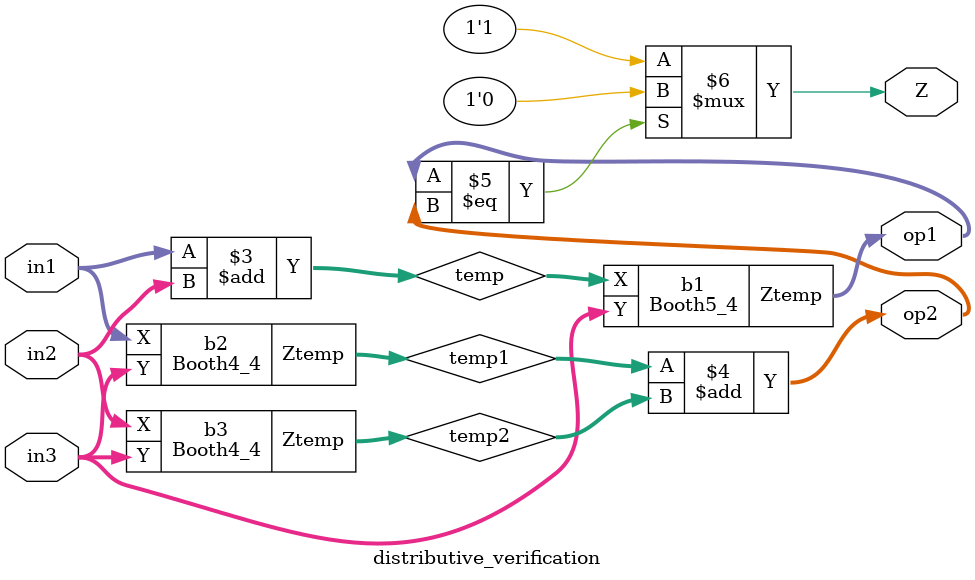
<source format=v>
`timescale 1ns / 1ps

module Booth4_4(input signed [3:0] X,input signed [3:0] Y,output signed [7:0] Ztemp);

	reg signed [7:0] Z;
	reg Y_1 ;
	integer i;

	always @ (X,Y)
	begin
		Z = 0;
		Y_1 = 0;
		for(i=0; i<4;i=i+1 )
		begin
			if(Y[i] == 0 && Y_1 == 1)
				Z[7:4] = Z[7:4] + X[3:0];
			else if(Y[i] == 1 && Y_1 == 0)
				Z[7:4] = Z[7:4] - X[3:0];
			Z=Z>>>1;
			Y_1=Y[i];
		end
		if (X == 4'd8)
			Z = - Z;
	end
	assign Ztemp=Z;

endmodule

module Booth5_4(input signed [4:0] X,input signed [3:0] Y,output signed [8:0] Ztemp);

	reg signed [8:0] Z;
	reg Y_1 ;
	integer i;


	always @ (X,Y)
	begin
		Z = 0;
		Y_1 = 0;
		for(i=0; i<4;i=i+1 )
		begin
			if(Y[i] == 0 && Y_1 == 1)
				Z[8:4] = Z[8:4] + X[4:0];
			else if(Y[i] == 1 && Y_1 == 0)
				Z[8:4] = Z[8:4] - X[4:0];
			Z=Z>>>1;
			Y_1=Y[i];
		end
		if (X == 5'd16)
			Z = - Z;	 
	end
	assign Ztemp=Z;

endmodule


module distributive_verification(input signed [3:0] in1,input signed [3:0] in2,input signed [3:0] in3,output signed [8:0] op1,output signed [8:0] op2,output Z);


// op1 = (in1+in2)*in3
wire signed [4:0] temp;
assign temp= in1+in2;
Booth5_4 b1(temp,in3,op1);

//op2 = in1*in3 + in2*in3
wire signed [7:0] temp1,temp2;
Booth4_4 b2(in1,in3,temp1);
Booth4_4 b3(in2,in3,temp2);
assign op2 = temp1+temp2;

assign Z = (op1==op2)?1'b0:1'b1;

endmodule



</source>
